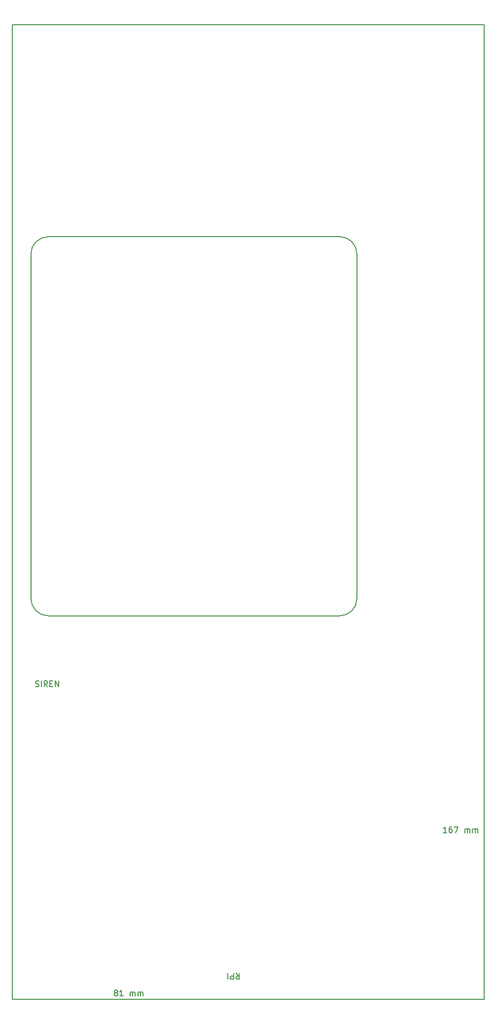
<source format=gbr>
%TF.GenerationSoftware,KiCad,Pcbnew,5.1.9*%
%TF.CreationDate,2021-06-15T19:04:37+02:00*%
%TF.ProjectId,splitter,73706c69-7474-4657-922e-6b696361645f,rev?*%
%TF.SameCoordinates,Original*%
%TF.FileFunction,Other,ECO2*%
%FSLAX46Y46*%
G04 Gerber Fmt 4.6, Leading zero omitted, Abs format (unit mm)*
G04 Created by KiCad (PCBNEW 5.1.9) date 2021-06-15 19:04:37*
%MOMM*%
%LPD*%
G01*
G04 APERTURE LIST*
%ADD10C,0.200000*%
%ADD11C,0.150000*%
G04 APERTURE END LIST*
D10*
X107200000Y-123300000D02*
X107200000Y-64300000D01*
X107200000Y-123300000D02*
G75*
G02*
X104200000Y-126300000I-3000000J0D01*
G01*
X54200000Y-61300000D02*
X104200000Y-61300000D01*
X54200000Y-126300000D02*
G75*
G02*
X51200000Y-123300000I0J3000000D01*
G01*
X51200000Y-64300000D02*
G75*
G02*
X54200000Y-61300000I3000000J0D01*
G01*
X54200000Y-126300000D02*
X104200000Y-126300000D01*
X104200000Y-61300000D02*
G75*
G02*
X107200000Y-64300000I0J-3000000D01*
G01*
X51200000Y-64300000D02*
X51200000Y-123300000D01*
D11*
X86428571Y-187547619D02*
X86761904Y-188023809D01*
X87000000Y-187547619D02*
X87000000Y-188547619D01*
X86619047Y-188547619D01*
X86523809Y-188500000D01*
X86476190Y-188452380D01*
X86428571Y-188357142D01*
X86428571Y-188214285D01*
X86476190Y-188119047D01*
X86523809Y-188071428D01*
X86619047Y-188023809D01*
X87000000Y-188023809D01*
X86000000Y-187547619D02*
X86000000Y-188547619D01*
X85619047Y-188547619D01*
X85523809Y-188500000D01*
X85476190Y-188452380D01*
X85428571Y-188357142D01*
X85428571Y-188214285D01*
X85476190Y-188119047D01*
X85523809Y-188071428D01*
X85619047Y-188023809D01*
X86000000Y-188023809D01*
X85000000Y-187547619D02*
X85000000Y-188547619D01*
X52000000Y-138404761D02*
X52142857Y-138452380D01*
X52380952Y-138452380D01*
X52476190Y-138404761D01*
X52523809Y-138357142D01*
X52571428Y-138261904D01*
X52571428Y-138166666D01*
X52523809Y-138071428D01*
X52476190Y-138023809D01*
X52380952Y-137976190D01*
X52190476Y-137928571D01*
X52095238Y-137880952D01*
X52047619Y-137833333D01*
X52000000Y-137738095D01*
X52000000Y-137642857D01*
X52047619Y-137547619D01*
X52095238Y-137500000D01*
X52190476Y-137452380D01*
X52428571Y-137452380D01*
X52571428Y-137500000D01*
X53000000Y-138452380D02*
X53000000Y-137452380D01*
X54047619Y-138452380D02*
X53714285Y-137976190D01*
X53476190Y-138452380D02*
X53476190Y-137452380D01*
X53857142Y-137452380D01*
X53952380Y-137500000D01*
X54000000Y-137547619D01*
X54047619Y-137642857D01*
X54047619Y-137785714D01*
X54000000Y-137880952D01*
X53952380Y-137928571D01*
X53857142Y-137976190D01*
X53476190Y-137976190D01*
X54476190Y-137928571D02*
X54809523Y-137928571D01*
X54952380Y-138452380D02*
X54476190Y-138452380D01*
X54476190Y-137452380D01*
X54952380Y-137452380D01*
X55380952Y-138452380D02*
X55380952Y-137452380D01*
X55952380Y-138452380D01*
X55952380Y-137452380D01*
X129000000Y-192000000D02*
X48000000Y-192000000D01*
X122619047Y-163452380D02*
X122047619Y-163452380D01*
X122333333Y-163452380D02*
X122333333Y-162452380D01*
X122238095Y-162595238D01*
X122142857Y-162690476D01*
X122047619Y-162738095D01*
X123476190Y-162452380D02*
X123285714Y-162452380D01*
X123190476Y-162500000D01*
X123142857Y-162547619D01*
X123047619Y-162690476D01*
X123000000Y-162880952D01*
X123000000Y-163261904D01*
X123047619Y-163357142D01*
X123095238Y-163404761D01*
X123190476Y-163452380D01*
X123380952Y-163452380D01*
X123476190Y-163404761D01*
X123523809Y-163357142D01*
X123571428Y-163261904D01*
X123571428Y-163023809D01*
X123523809Y-162928571D01*
X123476190Y-162880952D01*
X123380952Y-162833333D01*
X123190476Y-162833333D01*
X123095238Y-162880952D01*
X123047619Y-162928571D01*
X123000000Y-163023809D01*
X123904761Y-162452380D02*
X124571428Y-162452380D01*
X124142857Y-163452380D01*
X125714285Y-163452380D02*
X125714285Y-162785714D01*
X125714285Y-162880952D02*
X125761904Y-162833333D01*
X125857142Y-162785714D01*
X126000000Y-162785714D01*
X126095238Y-162833333D01*
X126142857Y-162928571D01*
X126142857Y-163452380D01*
X126142857Y-162928571D02*
X126190476Y-162833333D01*
X126285714Y-162785714D01*
X126428571Y-162785714D01*
X126523809Y-162833333D01*
X126571428Y-162928571D01*
X126571428Y-163452380D01*
X127047619Y-163452380D02*
X127047619Y-162785714D01*
X127047619Y-162880952D02*
X127095238Y-162833333D01*
X127190476Y-162785714D01*
X127333333Y-162785714D01*
X127428571Y-162833333D01*
X127476190Y-162928571D01*
X127476190Y-163452380D01*
X127476190Y-162928571D02*
X127523809Y-162833333D01*
X127619047Y-162785714D01*
X127761904Y-162785714D01*
X127857142Y-162833333D01*
X127904761Y-162928571D01*
X127904761Y-163452380D01*
X65714285Y-190880952D02*
X65619047Y-190833333D01*
X65571428Y-190785714D01*
X65523809Y-190690476D01*
X65523809Y-190642857D01*
X65571428Y-190547619D01*
X65619047Y-190500000D01*
X65714285Y-190452380D01*
X65904761Y-190452380D01*
X66000000Y-190500000D01*
X66047619Y-190547619D01*
X66095238Y-190642857D01*
X66095238Y-190690476D01*
X66047619Y-190785714D01*
X66000000Y-190833333D01*
X65904761Y-190880952D01*
X65714285Y-190880952D01*
X65619047Y-190928571D01*
X65571428Y-190976190D01*
X65523809Y-191071428D01*
X65523809Y-191261904D01*
X65571428Y-191357142D01*
X65619047Y-191404761D01*
X65714285Y-191452380D01*
X65904761Y-191452380D01*
X66000000Y-191404761D01*
X66047619Y-191357142D01*
X66095238Y-191261904D01*
X66095238Y-191071428D01*
X66047619Y-190976190D01*
X66000000Y-190928571D01*
X65904761Y-190880952D01*
X67047619Y-191452380D02*
X66476190Y-191452380D01*
X66761904Y-191452380D02*
X66761904Y-190452380D01*
X66666666Y-190595238D01*
X66571428Y-190690476D01*
X66476190Y-190738095D01*
X68238095Y-191452380D02*
X68238095Y-190785714D01*
X68238095Y-190880952D02*
X68285714Y-190833333D01*
X68380952Y-190785714D01*
X68523809Y-190785714D01*
X68619047Y-190833333D01*
X68666666Y-190928571D01*
X68666666Y-191452380D01*
X68666666Y-190928571D02*
X68714285Y-190833333D01*
X68809523Y-190785714D01*
X68952380Y-190785714D01*
X69047619Y-190833333D01*
X69095238Y-190928571D01*
X69095238Y-191452380D01*
X69571428Y-191452380D02*
X69571428Y-190785714D01*
X69571428Y-190880952D02*
X69619047Y-190833333D01*
X69714285Y-190785714D01*
X69857142Y-190785714D01*
X69952380Y-190833333D01*
X70000000Y-190928571D01*
X70000000Y-191452380D01*
X70000000Y-190928571D02*
X70047619Y-190833333D01*
X70142857Y-190785714D01*
X70285714Y-190785714D01*
X70380952Y-190833333D01*
X70428571Y-190928571D01*
X70428571Y-191452380D01*
X48000000Y-192000000D02*
X48000000Y-25000000D01*
X129000000Y-25000000D02*
X48000000Y-25000000D01*
X129000000Y-192000000D02*
X129000000Y-25000000D01*
M02*

</source>
